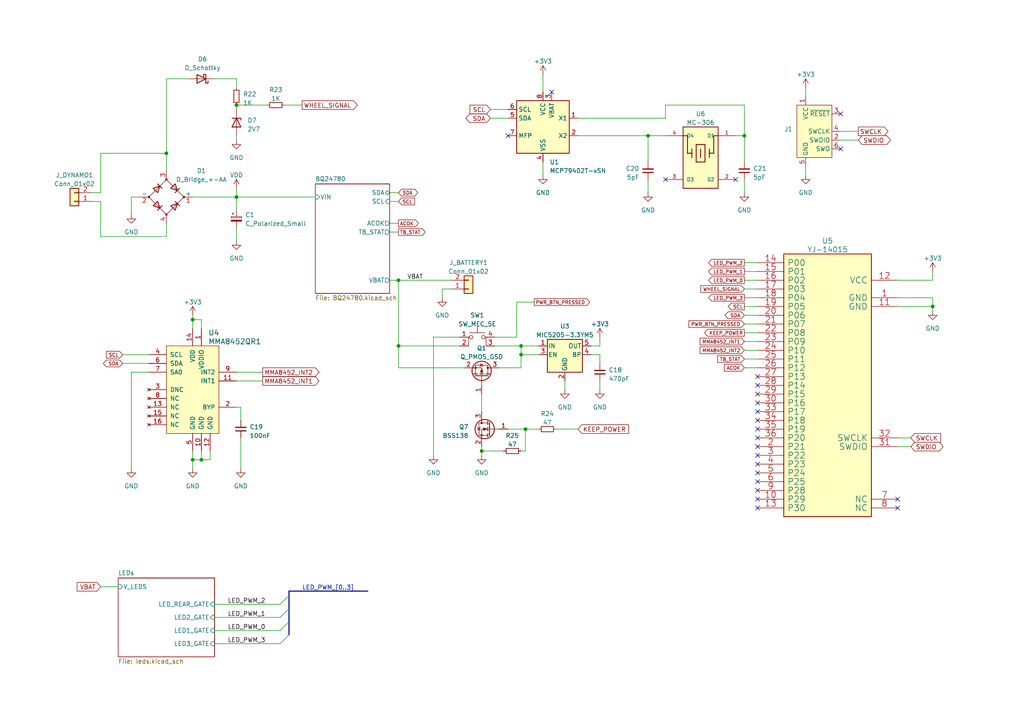
<source format=kicad_sch>
(kicad_sch (version 20230121) (generator eeschema)
  (paper "A4")
  (lib_symbols
    (symbol "Connector:Conn_ARM_SWD_TagConnect_TC2030-NL" (in_bom no)
      (property "Reference" "J" (at 2.54 11.43 0))
      (property "Value" "Conn_ARM_SWD_TagConnect_TC2030-NL" (at 2.54 8.89 0))
      (symbol "Conn_ARM_SWD_TagConnect_TC2030-NL_0_0"
        (pin power_in line (at -2.54 10.16 270) (length 2.54) (name "VCC") (number "1"))
        (pin bidirectional line (at 7.62 -2.54 180) (length 2.54) (name "SWDIO") (number "2"))
        (pin open_collector line (at 7.62 5.08 180) (length 2.54) (name "~{RESET}") (number "3"))
        (pin output line (at 7.62 0 180) (length 2.54) (name "SWCLK") (number "4"))
        (pin power_in line (at -2.54 -10.16 90) (length 2.54) (name "GND") (number "5"))
        (pin input line (at 7.62 -5.08 180) (length 2.54) (name "SWO") (number "6"))
      )
      (symbol "Conn_ARM_SWD_TagConnect_TC2030-NL_0_1"
        (rectangle (start -5.08 7.62) (end 5.08 -7.62) (fill (type background)))
      )
    )
    (symbol "Connector_Generic:Conn_01x02" (pin_names (offset 1.016) hide)
      (property "Reference" "J" (at 0 2.54 0))
      (property "Value" "Conn_01x02" (at 0 -5.08 0))
      (symbol "Conn_01x02_1_1"
        (rectangle (start -1.27 -2.413) (end 0 -2.667) (stroke (width 0.1524)))
        (rectangle (start -1.27 0.127) (end 0 -0.127) (stroke (width 0.1524)))
        (rectangle (start -1.27 1.27) (end 1.27 -3.81) (stroke (width 0.254)) (fill (type background)))
        (pin passive line (at -5.08 0 0) (length 3.81) (name "Pin_1") (number "1"))
        (pin passive line (at -5.08 -2.54 0) (length 3.81) (name "Pin_2") (number "2"))
      )
    )
    (symbol "Device:C_Polarized_Small" (pin_numbers hide) (pin_names (offset 0.254) hide)
      (property "Reference" "C" (at 0.254 1.778 0))
      (property "Value" "C_Polarized_Small" (at 0.254 -2.032 0))
      (symbol "C_Polarized_Small_0_1"
        (rectangle (start -1.524 -0.3048) (end 1.524 -0.6858) (fill (type outline)))
        (rectangle (start -1.524 0.6858) (end 1.524 0.3048))
        (polyline (pts (xy -1.27 1.524) (xy -0.762 1.524)))
        (polyline (pts (xy -1.016 1.27) (xy -1.016 1.778)))
      )
      (symbol "C_Polarized_Small_1_1"
        (pin passive line (at 0 2.54 270) (length 1.8542) (name "~") (number "1"))
        (pin passive line (at 0 -2.54 90) (length 1.8542) (name "~") (number "2"))
      )
    )
    (symbol "Device:C_Small" (pin_numbers hide) (pin_names (offset 0.254) hide)
      (property "Reference" "C" (at 0.254 1.778 0))
      (property "Value" "C_Small" (at 0.254 -2.032 0))
      (symbol "C_Small_0_1"
        (polyline (pts (xy -1.524 -0.508) (xy 1.524 -0.508)) (stroke (width 0.3302)))
        (polyline (pts (xy -1.524 0.508) (xy 1.524 0.508)) (stroke (width 0.3048)))
      )
      (symbol "C_Small_1_1"
        (pin passive line (at 0 2.54 270) (length 2.032) (name "~") (number "1"))
        (pin passive line (at 0 -2.54 90) (length 2.032) (name "~") (number "2"))
      )
    )
    (symbol "Device:D_Bridge_+-AA" (pin_names (offset 0))
      (property "Reference" "D" (at 2.54 6.985 0))
      (property "Value" "D_Bridge_+-AA" (at 2.54 5.08 0))
      (symbol "D_Bridge_+-AA_0_1"
        (circle (center -5.08 0) (radius 0.254) (fill (type outline)))
        (circle (center 0 -5.08) (radius 0.254) (fill (type outline)))
        (polyline (pts (xy -2.54 3.81) (xy -1.27 2.54)) (stroke (width 0.254)))
        (polyline (pts (xy -1.27 -2.54) (xy -2.54 -3.81)) (stroke (width 0.254)))
        (polyline (pts (xy 2.54 -1.27) (xy 3.81 -2.54)) (stroke (width 0.254)))
        (polyline (pts (xy 2.54 1.27) (xy 3.81 2.54)) (stroke (width 0.254)))
        (polyline (pts (xy -3.81 2.54) (xy -2.54 1.27) (xy -1.905 3.175) (xy -3.81 2.54)) (stroke (width 0.254)))
        (polyline (pts (xy -2.54 -1.27) (xy -3.81 -2.54) (xy -1.905 -3.175) (xy -2.54 -1.27)) (stroke (width 0.254)))
        (polyline (pts (xy 1.27 2.54) (xy 2.54 3.81) (xy 3.175 1.905) (xy 1.27 2.54)) (stroke (width 0.254)))
        (polyline (pts (xy 3.175 -1.905) (xy 1.27 -2.54) (xy 2.54 -3.81) (xy 3.175 -1.905)) (stroke (width 0.254)))
        (polyline (pts (xy -5.08 0) (xy 0 -5.08) (xy 5.08 0) (xy 0 5.08) (xy -5.08 0)))
        (circle (center 0 5.08) (radius 0.254) (fill (type outline)))
        (circle (center 5.08 0) (radius 0.254) (fill (type outline)))
      )
      (symbol "D_Bridge_+-AA_1_1"
        (pin passive line (at 7.62 0 180) (length 2.54) (name "+") (number "1"))
        (pin passive line (at -7.62 0 0) (length 2.54) (name "-") (number "2"))
        (pin passive line (at 0 7.62 270) (length 2.54) (name "~") (number "3"))
        (pin passive line (at 0 -7.62 90) (length 2.54) (name "~") (number "4"))
      )
    )
    (symbol "Device:D_Schottky" (pin_numbers hide) (pin_names (offset 1.016) hide)
      (property "Reference" "D" (at 0 2.54 0))
      (property "Value" "D_Schottky" (at 0 -2.54 0))
      (symbol "D_Schottky_0_1"
        (polyline (pts (xy 1.27 0) (xy -1.27 0)))
        (polyline (pts (xy 1.27 1.27) (xy 1.27 -1.27) (xy -1.27 0) (xy 1.27 1.27)) (stroke (width 0.254)))
        (polyline (pts (xy -1.905 0.635) (xy -1.905 1.27) (xy -1.27 1.27) (xy -1.27 -1.27) (xy -0.635 -1.27) (xy -0.635 -0.635)) (stroke (width 0.254)))
      )
      (symbol "D_Schottky_1_1"
        (pin passive line (at -3.81 0 0) (length 2.54) (name "K") (number "1"))
        (pin passive line (at 3.81 0 180) (length 2.54) (name "A") (number "2"))
      )
    )
    (symbol "Device:D_Zener" (pin_numbers hide) (pin_names (offset 1.016) hide)
      (property "Reference" "D" (at 0 2.54 0))
      (property "Value" "D_Zener" (at 0 -2.54 0))
      (symbol "D_Zener_0_1"
        (polyline (pts (xy 1.27 0) (xy -1.27 0)))
        (polyline (pts (xy -1.27 -1.27) (xy -1.27 1.27) (xy -0.762 1.27)) (stroke (width 0.254)))
        (polyline (pts (xy 1.27 -1.27) (xy 1.27 1.27) (xy -1.27 0) (xy 1.27 -1.27)) (stroke (width 0.254)))
      )
      (symbol "D_Zener_1_1"
        (pin passive line (at -3.81 0 0) (length 2.54) (name "K") (number "1"))
        (pin passive line (at 3.81 0 180) (length 2.54) (name "A") (number "2"))
      )
    )
    (symbol "Device:Q_PMOS_GSD" (pin_names (offset 0) hide)
      (property "Reference" "Q" (at 5.08 1.27 0))
      (property "Value" "Q_PMOS_GSD" (at 5.08 -1.27 0))
      (symbol "Q_PMOS_GSD_0_1"
        (polyline (pts (xy 0.254 0) (xy -2.54 0)))
        (polyline (pts (xy 0.254 1.905) (xy 0.254 -1.905)) (stroke (width 0.254)))
        (polyline (pts (xy 0.762 -1.27) (xy 0.762 -2.286)) (stroke (width 0.254)))
        (polyline (pts (xy 0.762 0.508) (xy 0.762 -0.508)) (stroke (width 0.254)))
        (polyline (pts (xy 0.762 2.286) (xy 0.762 1.27)) (stroke (width 0.254)))
        (polyline (pts (xy 2.54 2.54) (xy 2.54 1.778)))
        (polyline (pts (xy 2.54 -2.54) (xy 2.54 0) (xy 0.762 0)))
        (polyline (pts (xy 0.762 1.778) (xy 3.302 1.778) (xy 3.302 -1.778) (xy 0.762 -1.778)))
        (polyline (pts (xy 2.286 0) (xy 1.27 0.381) (xy 1.27 -0.381) (xy 2.286 0)) (fill (type outline)))
        (polyline (pts (xy 2.794 -0.508) (xy 2.921 -0.381) (xy 3.683 -0.381) (xy 3.81 -0.254)))
        (polyline (pts (xy 3.302 -0.381) (xy 2.921 0.254) (xy 3.683 0.254) (xy 3.302 -0.381)))
        (circle (center 1.651 0) (radius 2.794) (stroke (width 0.254)))
        (circle (center 2.54 -1.778) (radius 0.254) (fill (type outline)))
        (circle (center 2.54 1.778) (radius 0.254) (fill (type outline)))
      )
      (symbol "Q_PMOS_GSD_1_1"
        (pin input line (at -5.08 0 0) (length 2.54) (name "G") (number "1"))
        (pin passive line (at 2.54 -5.08 90) (length 2.54) (name "S") (number "2"))
        (pin passive line (at 2.54 5.08 270) (length 2.54) (name "D") (number "3"))
      )
    )
    (symbol "Device:R_Small" (pin_numbers hide) (pin_names (offset 0.254) hide)
      (property "Reference" "R" (at 0.762 0.508 0))
      (property "Value" "R_Small" (at 0.762 -1.016 0))
      (symbol "R_Small_0_1"
        (rectangle (start -0.762 1.778) (end 0.762 -1.778) (stroke (width 0.2032)))
      )
      (symbol "R_Small_1_1"
        (pin passive line (at 0 2.54 270) (length 0.762) (name "~") (number "1"))
        (pin passive line (at 0 -2.54 90) (length 0.762) (name "~") (number "2"))
      )
    )
    (symbol "MC-306:MC-306" (pin_names (offset 1.016))
      (property "Reference" "U" (at -5.08 10.16 0))
      (property "Value" "MC-306" (at -5.08 -15.24 0))
      (symbol "MC-306_0_0"
        (rectangle (start -5.08 -10.16) (end 5.08 7.62) (stroke (width 0.254)) (fill (type background)))
        (polyline (pts (xy -5.08 5.08) (xy -3.81 5.08)) (stroke (width 0.254)))
        (polyline (pts (xy -3.81 0) (xy -2.54 0)) (stroke (width 0.254)))
        (polyline (pts (xy -3.81 5.08) (xy -3.81 0)) (stroke (width 0.254)))
        (polyline (pts (xy -2.54 0) (xy -2.54 -1.27)) (stroke (width 0.254)))
        (polyline (pts (xy -2.54 0) (xy -2.54 1.27)) (stroke (width 0.254)))
        (polyline (pts (xy -1.27 -2.54) (xy 1.27 -2.54)) (stroke (width 0.254)))
        (polyline (pts (xy -1.27 2.54) (xy -1.27 -2.54)) (stroke (width 0.254)))
        (polyline (pts (xy 0 1.27) (xy 0 -1.27)) (stroke (width 0.254)))
        (polyline (pts (xy 1.27 -2.54) (xy 1.27 2.54)) (stroke (width 0.254)))
        (polyline (pts (xy 1.27 2.54) (xy -1.27 2.54)) (stroke (width 0.254)))
        (polyline (pts (xy 2.54 0) (xy 2.54 -1.27)) (stroke (width 0.254)))
        (polyline (pts (xy 2.54 0) (xy 2.54 1.27)) (stroke (width 0.254)))
        (polyline (pts (xy 3.81 0) (xy 2.54 0)) (stroke (width 0.254)))
        (polyline (pts (xy 3.81 5.08) (xy 3.81 0)) (stroke (width 0.254)))
        (polyline (pts (xy 5.08 5.08) (xy 3.81 5.08)) (stroke (width 0.254)))
        (pin bidirectional line (at -10.16 5.08 0) (length 5.08) (name "D1") (number "1"))
        (pin bidirectional line (at -10.16 -7.62 0) (length 5.08) (name "D2") (number "2"))
        (pin bidirectional line (at 10.16 -7.62 180) (length 5.08) (name "D3") (number "3"))
        (pin bidirectional line (at 10.16 5.08 180) (length 5.08) (name "D4") (number "4"))
      )
    )
    (symbol "Regulator_Linear:MIC5205-3.3YM5" (pin_names (offset 0.254))
      (property "Reference" "U" (at -3.81 5.715 0))
      (property "Value" "MIC5205-3.3YM5" (at 0 5.715 0))
      (symbol "MIC5205-3.3YM5_0_1"
        (rectangle (start -5.08 4.445) (end 5.08 -5.08) (stroke (width 0.254)) (fill (type background)))
      )
      (symbol "MIC5205-3.3YM5_1_1"
        (pin power_in line (at -7.62 2.54 0) (length 2.54) (name "IN") (number "1"))
        (pin power_in line (at 0 -7.62 90) (length 2.54) (name "GND") (number "2"))
        (pin input line (at -7.62 0 0) (length 2.54) (name "EN") (number "3"))
        (pin input line (at 7.62 0 180) (length 2.54) (name "BP") (number "4"))
        (pin power_out line (at 7.62 2.54 180) (length 2.54) (name "OUT") (number "5"))
      )
    )
    (symbol "Switch:SW_MEC_5E" (pin_names (offset 1.016) hide)
      (property "Reference" "SW" (at 0.635 5.715 0))
      (property "Value" "SW_MEC_5E" (at 0 -3.175 0))
      (symbol "SW_MEC_5E_0_1"
        (circle (center -1.778 2.54) (radius 0.508))
        (polyline (pts (xy -2.286 3.81) (xy 2.286 3.81)))
        (polyline (pts (xy 0 3.81) (xy 0 5.588)))
        (polyline (pts (xy -2.54 0) (xy -2.54 2.54) (xy -2.286 2.54)))
        (polyline (pts (xy 2.54 0) (xy 2.54 2.54) (xy 2.286 2.54)))
        (circle (center 1.778 2.54) (radius 0.508))
        (pin passive line (at -5.08 2.54 0) (length 2.54) (name "1") (number "1"))
        (pin passive line (at -5.08 0 0) (length 2.54) (name "2") (number "2"))
        (pin passive line (at 5.08 0 180) (length 2.54) (name "K") (number "3"))
        (pin passive line (at 5.08 2.54 180) (length 2.54) (name "A") (number "4"))
      )
    )
    (symbol "Timer_RTC:MCP79402T-xSN"
      (property "Reference" "U" (at -6.35 8.89 0))
      (property "Value" "MCP79402T-xSN" (at 11.43 8.89 0))
      (symbol "MCP79402T-xSN_0_1"
        (rectangle (start -7.62 7.62) (end 7.62 -7.62) (stroke (width 0.254)) (fill (type background)))
      )
      (symbol "MCP79402T-xSN_1_1"
        (pin input line (at 10.16 2.54 180) (length 2.54) (name "X1") (number "1"))
        (pin output line (at 10.16 -2.54 180) (length 2.54) (name "X2") (number "2"))
        (pin power_in line (at 2.54 10.16 270) (length 2.54) (name "VBAT") (number "3"))
        (pin power_in line (at 0 -10.16 90) (length 2.54) (name "VSS") (number "4"))
        (pin bidirectional line (at -10.16 2.54 0) (length 2.54) (name "SDA") (number "5"))
        (pin input line (at -10.16 5.08 0) (length 2.54) (name "SCL") (number "6"))
        (pin open_collector line (at -10.16 -2.54 0) (length 2.54) (name "MFP") (number "7"))
        (pin power_in line (at 0 10.16 270) (length 2.54) (name "VCC") (number "8"))
      )
    )
    (symbol "Transistor_FET:BSS138" (pin_names hide)
      (property "Reference" "Q" (at 5.08 1.905 0))
      (property "Value" "BSS138" (at 5.08 0 0))
      (symbol "BSS138_0_1"
        (polyline (pts (xy 0.254 0) (xy -2.54 0)))
        (polyline (pts (xy 0.254 1.905) (xy 0.254 -1.905)) (stroke (width 0.254)))
        (polyline (pts (xy 0.762 -1.27) (xy 0.762 -2.286)) (stroke (width 0.254)))
        (polyline (pts (xy 0.762 0.508) (xy 0.762 -0.508)) (stroke (width 0.254)))
        (polyline (pts (xy 0.762 2.286) (xy 0.762 1.27)) (stroke (width 0.254)))
        (polyline (pts (xy 2.54 2.54) (xy 2.54 1.778)))
        (polyline (pts (xy 2.54 -2.54) (xy 2.54 0) (xy 0.762 0)))
        (polyline (pts (xy 0.762 -1.778) (xy 3.302 -1.778) (xy 3.302 1.778) (xy 0.762 1.778)))
        (polyline (pts (xy 1.016 0) (xy 2.032 0.381) (xy 2.032 -0.381) (xy 1.016 0)) (fill (type outline)))
        (polyline (pts (xy 2.794 0.508) (xy 2.921 0.381) (xy 3.683 0.381) (xy 3.81 0.254)))
        (polyline (pts (xy 3.302 0.381) (xy 2.921 -0.254) (xy 3.683 -0.254) (xy 3.302 0.381)))
        (circle (center 1.651 0) (radius 2.794) (stroke (width 0.254)))
        (circle (center 2.54 -1.778) (radius 0.254) (fill (type outline)))
        (circle (center 2.54 1.778) (radius 0.254) (fill (type outline)))
      )
      (symbol "BSS138_1_1"
        (pin input line (at -5.08 0 0) (length 2.54) (name "G") (number "1"))
        (pin passive line (at 2.54 -5.08 90) (length 2.54) (name "S") (number "2"))
        (pin passive line (at 2.54 5.08 270) (length 2.54) (name "D") (number "3"))
      )
    )
    (symbol "YJ-14015:YJ-14015" (pin_names (offset 1.016))
      (property "Reference" "U" (at 20.32 -55.88 0))
      (property "Value" "YJ-14015" (at 25.4 -2.54 0))
      (symbol "YJ-14015_0_1"
        (rectangle (start 35.56 -53.34) (end 10.16 22.86) (stroke (width 0.254)) (fill (type background)))
        (pin passive line (at 43.18 10.16 180) (length 7.62) (name "GND") (number "1"))
        (pin passive line (at 2.54 -48.26 0) (length 7.62) (name "P29") (number "10"))
        (pin passive line (at 43.18 7.62 180) (length 7.62) (name "GND") (number "11"))
        (pin passive line (at 43.18 15.24 180) (length 7.62) (name "VCC") (number "12"))
        (pin passive line (at 2.54 -50.8 0) (length 7.62) (name "P30") (number "13"))
        (pin passive line (at 2.54 20.32 0) (length 7.62) (name "P00") (number "14"))
        (pin passive line (at 2.54 17.78 0) (length 7.62) (name "P01") (number "15"))
        (pin passive line (at 2.54 15.24 0) (length 7.62) (name "P02") (number "16"))
        (pin passive line (at 2.54 12.7 0) (length 7.62) (name "P03") (number "17"))
        (pin passive line (at 2.54 10.16 0) (length 7.62) (name "P04") (number "18"))
        (pin passive line (at 2.54 7.62 0) (length 7.62) (name "P05") (number "19"))
        (pin passive line (at 2.54 -33.02 0) (length 7.62) (name "P21") (number "2"))
        (pin passive line (at 2.54 5.08 0) (length 7.62) (name "P06") (number "20"))
        (pin passive line (at 2.54 2.54 0) (length 7.62) (name "P07") (number "21"))
        (pin passive line (at 2.54 0 0) (length 7.62) (name "P08") (number "22"))
        (pin passive line (at 2.54 -2.54 0) (length 7.62) (name "P09") (number "23"))
        (pin passive line (at 2.54 -5.08 0) (length 7.62) (name "P10") (number "24"))
        (pin passive line (at 2.54 -7.62 0) (length 7.62) (name "P11") (number "25"))
        (pin passive line (at 2.54 -10.16 0) (length 7.62) (name "P12") (number "26"))
        (pin passive line (at 2.54 -12.7 0) (length 7.62) (name "P13") (number "27"))
        (pin passive line (at 2.54 -15.24 0) (length 7.62) (name "P14") (number "28"))
        (pin passive line (at 2.54 -17.78 0) (length 7.62) (name "P15") (number "29"))
        (pin passive line (at 2.54 -35.56 0) (length 7.62) (name "P22") (number "3"))
        (pin passive line (at 2.54 -20.32 0) (length 7.62) (name "P16") (number "30"))
        (pin bidirectional line (at 43.18 -33.02 180) (length 7.62) (name "SWDIO") (number "31"))
        (pin input line (at 43.18 -30.48 180) (length 7.62) (name "SWCLK") (number "32"))
        (pin passive line (at 2.54 -22.86 0) (length 7.62) (name "P17") (number "33"))
        (pin passive line (at 2.54 -25.4 0) (length 7.62) (name "P18") (number "34"))
        (pin passive line (at 2.54 -27.94 0) (length 7.62) (name "P19") (number "35"))
        (pin passive line (at 2.54 -30.48 0) (length 7.62) (name "P20") (number "36"))
        (pin passive line (at 2.54 -38.1 0) (length 7.62) (name "P23") (number "4"))
        (pin passive line (at 2.54 -40.64 0) (length 7.62) (name "P24") (number "5"))
        (pin passive line (at 2.54 -43.18 0) (length 7.62) (name "P25") (number "6"))
        (pin passive line (at 43.18 -48.26 180) (length 7.62) (name "NC") (number "7"))
        (pin passive line (at 43.18 -50.8 180) (length 7.62) (name "NC") (number "8"))
        (pin passive line (at 2.54 -45.72 0) (length 7.62) (name "P28") (number "9"))
      )
    )
    (symbol "dk_Motion-Sensors-Accelerometers:MMA8452QR1" (pin_names (offset 1.016))
      (property "Reference" "U" (at -5.08 13.97 0))
      (property "Value" "MMA8452QR1" (at 20.32 -20.32 0))
      (symbol "MMA8452QR1_0_1"
        (rectangle (start -7.62 12.7) (end 7.62 -12.7) (fill (type background)))
      )
      (symbol "MMA8452QR1_1_1"
        (pin power_in line (at 2.54 17.78 270) (length 5.08) (name "VDDIO") (number "1"))
        (pin power_in line (at 2.54 -17.78 90) (length 5.08) (name "GND") (number "10"))
        (pin output line (at 12.7 2.54 180) (length 5.08) (name "INT1") (number "11"))
        (pin power_in line (at 5.08 -17.78 90) (length 5.08) (name "GND") (number "12"))
        (pin no_connect line (at -12.7 -5.08 0) (length 5.08) (name "NC") (number "13"))
        (pin power_in line (at 0 17.78 270) (length 5.08) (name "VDD") (number "14"))
        (pin no_connect line (at -12.7 -7.62 0) (length 5.08) (name "NC") (number "15"))
        (pin no_connect line (at -12.7 -10.16 0) (length 5.08) (name "NC") (number "16"))
        (pin output line (at 12.7 -5.08 180) (length 5.08) (name "BYP") (number "2"))
        (pin no_connect line (at -12.7 0 0) (length 5.08) (name "DNC") (number "3"))
        (pin input line (at -12.7 10.16 0) (length 5.08) (name "SCL") (number "4"))
        (pin power_in line (at 0 -17.78 90) (length 5.08) (name "GND") (number "5"))
        (pin bidirectional line (at -12.7 7.62 0) (length 5.08) (name "SDA") (number "6"))
        (pin bidirectional line (at -12.7 5.08 0) (length 5.08) (name "SA0") (number "7"))
        (pin no_connect line (at -12.7 -2.54 0) (length 5.08) (name "NC") (number "8"))
        (pin output line (at 12.7 5.08 180) (length 5.08) (name "INT2") (number "9"))
      )
    )
    (symbol "power:+3V3" (power) (pin_names (offset 0))
      (property "Value" "+3V3" (at 0 3.556 0))
      (symbol "+3V3_0_1"
        (polyline (pts (xy -0.762 1.27) (xy 0 2.54)))
        (polyline (pts (xy 0 0) (xy 0 2.54)))
        (polyline (pts (xy 0 2.54) (xy 0.762 1.27)))
      )
      (symbol "+3V3_1_1"
        (pin power_in line (at 0 0 90) (length 0) hide (name "+3V3") (number "1"))
      )
    )
    (symbol "power:GND" (power) (pin_names (offset 0))
      (property "Value" "GND" (at 0 -3.81 0))
      (symbol "GND_0_1"
        (polyline (pts (xy 0 0) (xy 0 -1.27) (xy 1.27 -1.27) (xy 0 -2.54) (xy -1.27 -1.27) (xy 0 -1.27)))
      )
      (symbol "GND_1_1"
        (pin power_in line (at 0 0 270) (length 0) hide (name "GND") (number "1"))
      )
    )
    (symbol "power:VDD" (power) (pin_names (offset 0))
      (property "Value" "VDD" (at 0 3.81 0))
      (symbol "VDD_0_1"
        (polyline (pts (xy -0.762 1.27) (xy 0 2.54)))
        (polyline (pts (xy 0 0) (xy 0 2.54)))
        (polyline (pts (xy 0 2.54) (xy 0.762 1.27)))
      )
      (symbol "VDD_1_1"
        (pin power_in line (at 0 0 90) (length 0) hide (name "VDD") (number "1"))
      )
    )
  )
  (junction (at 115.57 81.28))
  (junction (at 68.58 30.48))
  (junction (at 58.42 133.35))
  (junction (at 215.9 39.37))
  (junction (at 55.88 92.71))
  (junction (at 68.58 57.15))
  (junction (at 48.26 44.45))
  (junction (at 270.51 88.9))
  (junction (at 139.7 130.81))
  (junction (at 115.57 100.33))
  (junction (at 152.4 124.46))
  (junction (at 187.96 39.37))
  (junction (at 151.13 102.87))
  (junction (at 55.88 133.35))
  (junction (at 151.13 100.33))
  (no_connect (at 219.71 119.38))
  (no_connect (at 243.84 43.18))
  (no_connect (at 219.71 121.92))
  (no_connect (at 160.02 26.67))
  (no_connect (at 147.32 39.37))
  (no_connect (at 260.35 144.78))
  (no_connect (at 219.71 139.7))
  (no_connect (at 219.71 132.08))
  (no_connect (at 219.71 114.3))
  (no_connect (at 260.35 147.32))
  (no_connect (at 219.71 124.46))
  (no_connect (at 219.71 129.54))
  (no_connect (at 219.71 127))
  (no_connect (at 219.71 109.22))
  (no_connect (at 219.71 134.62))
  (no_connect (at 219.71 142.24))
  (no_connect (at 213.36 52.07))
  (no_connect (at 193.04 52.07))
  (no_connect (at 219.71 144.78))
  (no_connect (at 243.84 33.02))
  (no_connect (at 219.71 116.84))
  (no_connect (at 219.71 147.32))
  (no_connect (at 219.71 111.76))
  (no_connect (at 219.71 137.16))
  (bus_entry (at 81.28 186.69) (size 2.54 -2.54))
  (bus_entry (at 81.28 182.88) (size 2.54 -2.54))
  (bus_entry (at 83.82 172.72) (size -2.54 2.54))
  (bus_entry (at 81.28 179.07) (size 2.54 -2.54))
  (wire (pts (xy 270.51 81.28) (xy 270.51 78.74)))
  (wire (pts (xy 62.23 179.07) (xy 81.28 179.07)))
  (wire (pts (xy 55.88 57.15) (xy 68.58 57.15)))
  (wire (pts (xy 62.23 175.26) (xy 81.28 175.26)))
  (bus (pts (xy 106.68 171.45) (xy 83.82 171.45)))
  (wire (pts (xy 151.13 130.81) (xy 152.4 130.81)))
  (wire (pts (xy 215.9 39.37) (xy 215.9 46.99)))
  (wire (pts (xy 68.58 118.11) (xy 69.85 118.11)))
  (wire (pts (xy 48.26 68.58) (xy 29.21 68.58)))
  (wire (pts (xy 260.35 81.28) (xy 270.51 81.28)))
  (wire (pts (xy 58.42 95.25) (xy 58.42 92.71)))
  (wire (pts (xy 55.88 92.71) (xy 58.42 92.71)))
  (wire (pts (xy 62.23 182.88) (xy 81.28 182.88)))
  (wire (pts (xy 167.64 39.37) (xy 187.96 39.37)))
  (wire (pts (xy 144.78 106.68) (xy 151.13 106.68)))
  (wire (pts (xy 62.23 186.69) (xy 81.28 186.69)))
  (wire (pts (xy 130.81 83.82) (xy 128.27 83.82)))
  (wire (pts (xy 48.26 22.86) (xy 48.26 44.45)))
  (wire (pts (xy 35.56 102.87) (xy 43.18 102.87)))
  (wire (pts (xy 55.88 133.35) (xy 55.88 135.89)))
  (wire (pts (xy 68.58 39.37) (xy 68.58 40.64)))
  (wire (pts (xy 215.9 30.48) (xy 215.9 39.37)))
  (wire (pts (xy 193.04 34.29) (xy 193.04 30.48)))
  (wire (pts (xy 215.9 76.2) (xy 219.71 76.2)))
  (wire (pts (xy 151.13 102.87) (xy 151.13 100.33)))
  (wire (pts (xy 69.85 118.11) (xy 69.85 121.92)))
  (wire (pts (xy 115.57 81.28) (xy 115.57 100.33)))
  (wire (pts (xy 219.71 106.68) (xy 215.9 106.68)))
  (wire (pts (xy 156.21 102.87) (xy 151.13 102.87)))
  (wire (pts (xy 62.23 22.86) (xy 68.58 22.86)))
  (wire (pts (xy 55.88 133.35) (xy 58.42 133.35)))
  (wire (pts (xy 134.62 106.68) (xy 115.57 106.68)))
  (wire (pts (xy 215.9 96.52) (xy 219.71 96.52)))
  (wire (pts (xy 260.35 88.9) (xy 270.51 88.9)))
  (wire (pts (xy 187.96 39.37) (xy 187.96 46.99)))
  (wire (pts (xy 215.9 93.98) (xy 219.71 93.98)))
  (wire (pts (xy 58.42 133.35) (xy 60.96 133.35)))
  (wire (pts (xy 68.58 57.15) (xy 68.58 60.96)))
  (wire (pts (xy 29.21 58.42) (xy 29.21 68.58)))
  (wire (pts (xy 26.67 58.42) (xy 29.21 58.42)))
  (wire (pts (xy 270.51 88.9) (xy 270.51 90.17)))
  (wire (pts (xy 219.71 104.14) (xy 215.9 104.14)))
  (wire (pts (xy 215.9 88.9) (xy 219.71 88.9)))
  (wire (pts (xy 233.68 48.26) (xy 233.68 50.8)))
  (wire (pts (xy 29.21 170.18) (xy 34.29 170.18)))
  (wire (pts (xy 38.1 57.15) (xy 38.1 62.23)))
  (wire (pts (xy 139.7 129.54) (xy 139.7 130.81)))
  (wire (pts (xy 151.13 102.87) (xy 151.13 106.68)))
  (wire (pts (xy 113.03 67.31) (xy 115.57 67.31)))
  (wire (pts (xy 125.73 97.79) (xy 133.35 97.79)))
  (wire (pts (xy 215.9 99.06) (xy 219.71 99.06)))
  (wire (pts (xy 68.58 30.48) (xy 77.47 30.48)))
  (wire (pts (xy 167.64 34.29) (xy 193.04 34.29)))
  (wire (pts (xy 215.9 86.36) (xy 219.71 86.36)))
  (wire (pts (xy 147.32 124.46) (xy 152.4 124.46)))
  (wire (pts (xy 260.35 129.54) (xy 264.16 129.54)))
  (wire (pts (xy 55.88 92.71) (xy 55.88 95.25)))
  (wire (pts (xy 161.29 124.46) (xy 167.64 124.46)))
  (wire (pts (xy 43.18 107.95) (xy 38.1 107.95)))
  (bus (pts (xy 83.82 171.45) (xy 83.82 172.72)))
  (wire (pts (xy 215.9 83.82) (xy 219.71 83.82)))
  (wire (pts (xy 142.24 34.29) (xy 147.32 34.29)))
  (wire (pts (xy 139.7 130.81) (xy 139.7 132.08)))
  (wire (pts (xy 163.83 110.49) (xy 163.83 113.03)))
  (wire (pts (xy 233.68 25.4) (xy 233.68 27.94)))
  (wire (pts (xy 29.21 44.45) (xy 48.26 44.45)))
  (wire (pts (xy 55.88 91.44) (xy 55.88 92.71)))
  (wire (pts (xy 113.03 81.28) (xy 115.57 81.28)))
  (wire (pts (xy 149.86 97.79) (xy 149.86 87.63)))
  (wire (pts (xy 143.51 100.33) (xy 151.13 100.33)))
  (bus (pts (xy 83.82 172.72) (xy 83.82 176.53)))
  (wire (pts (xy 26.67 55.88) (xy 29.21 55.88)))
  (wire (pts (xy 48.26 64.77) (xy 48.26 68.58)))
  (wire (pts (xy 68.58 57.15) (xy 91.44 57.15)))
  (wire (pts (xy 143.51 97.79) (xy 149.86 97.79)))
  (wire (pts (xy 115.57 81.28) (xy 130.81 81.28)))
  (wire (pts (xy 152.4 130.81) (xy 152.4 124.46)))
  (wire (pts (xy 48.26 44.45) (xy 48.26 49.53)))
  (wire (pts (xy 54.61 22.86) (xy 48.26 22.86)))
  (wire (pts (xy 173.99 100.33) (xy 173.99 97.79)))
  (wire (pts (xy 68.58 54.61) (xy 68.58 57.15)))
  (bus (pts (xy 83.82 176.53) (xy 83.82 180.34)))
  (wire (pts (xy 171.45 102.87) (xy 173.99 102.87)))
  (wire (pts (xy 35.56 105.41) (xy 43.18 105.41)))
  (wire (pts (xy 157.48 21.59) (xy 157.48 26.67)))
  (wire (pts (xy 149.86 87.63) (xy 154.94 87.63)))
  (wire (pts (xy 139.7 130.81) (xy 146.05 130.81)))
  (wire (pts (xy 270.51 86.36) (xy 270.51 88.9)))
  (wire (pts (xy 215.9 101.6) (xy 219.71 101.6)))
  (wire (pts (xy 113.03 55.88) (xy 115.57 55.88)))
  (wire (pts (xy 115.57 100.33) (xy 133.35 100.33)))
  (wire (pts (xy 215.9 52.07) (xy 215.9 55.88)))
  (wire (pts (xy 173.99 110.49) (xy 173.99 113.03)))
  (wire (pts (xy 260.35 86.36) (xy 270.51 86.36)))
  (wire (pts (xy 113.03 58.42) (xy 115.57 58.42)))
  (wire (pts (xy 69.85 127) (xy 69.85 135.89)))
  (wire (pts (xy 82.55 30.48) (xy 87.63 30.48)))
  (wire (pts (xy 215.9 78.74) (xy 219.71 78.74)))
  (wire (pts (xy 68.58 110.49) (xy 76.2 110.49)))
  (wire (pts (xy 68.58 66.04) (xy 68.58 69.85)))
  (wire (pts (xy 38.1 107.95) (xy 38.1 135.89)))
  (wire (pts (xy 215.9 81.28) (xy 219.71 81.28)))
  (wire (pts (xy 29.21 44.45) (xy 29.21 55.88)))
  (wire (pts (xy 157.48 46.99) (xy 157.48 50.8)))
  (wire (pts (xy 115.57 106.68) (xy 115.57 100.33)))
  (wire (pts (xy 68.58 107.95) (xy 76.2 107.95)))
  (wire (pts (xy 142.24 31.75) (xy 147.32 31.75)))
  (bus (pts (xy 83.82 180.34) (xy 83.82 184.15)))
  (wire (pts (xy 128.27 83.82) (xy 128.27 86.36)))
  (wire (pts (xy 152.4 124.46) (xy 156.21 124.46)))
  (wire (pts (xy 243.84 40.64) (xy 248.92 40.64)))
  (wire (pts (xy 215.9 91.44) (xy 219.71 91.44)))
  (wire (pts (xy 187.96 52.07) (xy 187.96 55.88)))
  (wire (pts (xy 55.88 130.81) (xy 55.88 133.35)))
  (wire (pts (xy 171.45 100.33) (xy 173.99 100.33)))
  (wire (pts (xy 139.7 114.3) (xy 139.7 119.38)))
  (wire (pts (xy 68.58 30.48) (xy 68.58 31.75)))
  (wire (pts (xy 173.99 102.87) (xy 173.99 105.41)))
  (wire (pts (xy 113.03 64.77) (xy 115.57 64.77)))
  (wire (pts (xy 193.04 30.48) (xy 215.9 30.48)))
  (wire (pts (xy 125.73 97.79) (xy 125.73 132.08)))
  (wire (pts (xy 213.36 39.37) (xy 215.9 39.37)))
  (wire (pts (xy 151.13 100.33) (xy 156.21 100.33)))
  (wire (pts (xy 40.64 57.15) (xy 38.1 57.15)))
  (wire (pts (xy 60.96 133.35) (xy 60.96 130.81)))
  (wire (pts (xy 243.84 38.1) (xy 248.92 38.1)))
  (wire (pts (xy 260.35 127) (xy 264.16 127)))
  (wire (pts (xy 187.96 39.37) (xy 193.04 39.37)))
  (wire (pts (xy 68.58 22.86) (xy 68.58 25.4)))
  (wire (pts (xy 58.42 130.81) (xy 58.42 133.35)))
  (label "LED_PWM_1" (at 66.04 179.07 0))
  (label "LED_PWM_0" (at 66.04 182.88 0))
  (label "LED_PWM_[0..3]" (at 87.63 171.45 0))
  (label "VBAT" (at 118.11 81.28 0))
  (label "LED_PWM_3" (at 66.04 186.69 0))
  (label "LED_PWM_2" (at 66.04 175.26 0))
  (global_label "MMA8452_INT2" (shape output) (at 76.2 107.95 0) (property "Intersheetrefs" "${INTERSHEET_REFS}" (effects hide)))
  (global_label "MMA8452_INT1" (shape input) (at 215.9 99.06 180) (effects (font (size 1 1))) (property "Intersheetrefs" "${INTERSHEET_REFS}" (effects hide)))
  (global_label "SWCLK" (shape output) (at 248.92 38.1 0) (property "Intersheetrefs" "${INTERSHEET_REFS}" (effects hide)))
  (global_label "LED_PWM_1" (shape output) (at 215.9 78.74 180) (effects (font (size 1 1))) (property "Intersheetrefs" "${INTERSHEET_REFS}" (effects hide)))
  (global_label "ACOK" (shape input) (at 215.9 106.68 180) (effects (font (size 1 1))) (property "Intersheetrefs" "${INTERSHEET_REFS}" (effects hide)))
  (global_label "WHEEL_SIGNAL" (shape output) (at 87.63 30.48 0) (property "Intersheetrefs" "${INTERSHEET_REFS}" (effects hide)))
  (global_label "SDA" (shape bidirectional) (at 35.56 105.41 180) (effects (font (size 1 1))) (property "Intersheetrefs" "${INTERSHEET_REFS}" (effects hide)))
  (global_label "PWR_BTN_PRESSED" (shape output) (at 154.94 87.63 0) (effects (font (size 1 1))) (property "Intersheetrefs" "${INTERSHEET_REFS}" (effects hide)))
  (global_label "SWDIO" (shape bidirectional) (at 248.92 40.64 0) (property "Intersheetrefs" "${INTERSHEET_REFS}" (effects hide)))
  (global_label "SCL" (shape input) (at 35.56 102.87 180) (effects (font (size 1 1))) (property "Intersheetrefs" "${INTERSHEET_REFS}" (effects hide)))
  (global_label "WHEEL_SIGNAL" (shape input) (at 215.9 83.82 180) (effects (font (size 1 1))) (property "Intersheetrefs" "${INTERSHEET_REFS}" (effects hide)))
  (global_label "ACOK" (shape output) (at 115.57 64.77 0) (effects (font (size 1 1))) (property "Intersheetrefs" "${INTERSHEET_REFS}" (effects hide)))
  (global_label "LED_PWM_2" (shape output) (at 215.9 76.2 180) (effects (font (size 1 1))) (property "Intersheetrefs" "${INTERSHEET_REFS}" (effects hide)))
  (global_label "SCL" (shape input) (at 142.24 31.75 180) (property "Intersheetrefs" "${INTERSHEET_REFS}" (effects hide)))
  (global_label "VBAT" (shape input) (at 29.21 170.18 180) (property "Intersheetrefs" "${INTERSHEET_REFS}" (effects hide)))
  (global_label "LED_PWM_3" (shape output) (at 215.9 86.36 180) (effects (font (size 1 1))) (property "Intersheetrefs" "${INTERSHEET_REFS}" (effects hide)))
  (global_label "KEEP_POWER" (shape input) (at 167.64 124.46 0) (property "Intersheetrefs" "${INTERSHEET_REFS}" (effects hide)))
  (global_label "SDA" (shape bidirectional) (at 215.9 91.44 180) (effects (font (size 1 1))) (property "Intersheetrefs" "${INTERSHEET_REFS}" (effects hide)))
  (global_label "TB_STAT" (shape output) (at 115.57 67.31 0) (effects (font (size 1 1))) (property "Intersheetrefs" "${INTERSHEET_REFS}" (effects hide)))
  (global_label "SCL" (shape input) (at 115.57 58.42 0) (effects (font (size 1 1))) (property "Intersheetrefs" "${INTERSHEET_REFS}" (effects hide)))
  (global_label "SWDIO" (shape bidirectional) (at 264.16 129.54 0) (property "Intersheetrefs" "${INTERSHEET_REFS}" (effects hide)))
  (global_label "SDA" (shape bidirectional) (at 115.57 55.88 0) (effects (font (size 1 1))) (property "Intersheetrefs" "${INTERSHEET_REFS}" (effects hide)))
  (global_label "PWR_BTN_PRESSED" (shape input) (at 215.9 93.98 180) (effects (font (size 1 1))) (property "Intersheetrefs" "${INTERSHEET_REFS}" (effects hide)))
  (global_label "MMA8452_INT2" (shape input) (at 215.9 101.6 180) (effects (font (size 1 1))) (property "Intersheetrefs" "${INTERSHEET_REFS}" (effects hide)))
  (global_label "SWCLK" (shape input) (at 264.16 127 0) (property "Intersheetrefs" "${INTERSHEET_REFS}" (effects hide)))
  (global_label "LED_PWM_0" (shape output) (at 215.9 81.28 180) (effects (font (size 1 1))) (property "Intersheetrefs" "${INTERSHEET_REFS}" (effects hide)))
  (global_label "SDA" (shape bidirectional) (at 142.24 34.29 180) (property "Intersheetrefs" "${INTERSHEET_REFS}" (effects hide)))
  (global_label "KEEP_POWER" (shape output) (at 215.9 96.52 180) (effects (font (size 1 1))) (property "Intersheetrefs" "${INTERSHEET_REFS}" (effects hide)))
  (global_label "MMA8452_INT1" (shape output) (at 76.2 110.49 0) (property "Intersheetrefs" "${INTERSHEET_REFS}" (effects hide)))
  (global_label "SCL" (shape output) (at 215.9 88.9 180) (effects (font (size 1 1))) (property "Intersheetrefs" "${INTERSHEET_REFS}" (effects hide)))
  (global_label "TB_STAT" (shape input) (at 215.9 104.14 180) (effects (font (size 1 1))) (property "Intersheetrefs" "${INTERSHEET_REFS}" (effects hide)))
  (symbol (lib_id "Device:R_Small") (at 158.75 124.46 270) (unit 1)
    (property "Reference" "R24" (at 158.75 120.015 90))
    (property "Value" "47" (at 158.75 122.555 90))
    (property "Footprint" "Resistor_SMD:R_0603_1608Metric" (effects hide))
  )
  (symbol (lib_id "Device:D_Zener") (at 68.58 35.56 270) (unit 1)
    (property "Reference" "D7" (at 71.755 34.925 90) (effects (justify left)))
    (property "Value" "2V7" (at 71.755 37.465 90) (effects (justify left)))
  )
  (symbol (lib_id "Device:Q_PMOS_GSD") (at 139.7 109.22 270) (mirror x) (unit 1)
    (property "Reference" "Q1" (at 139.7 100.965 90))
    (property "Value" "Q_PMOS_GSD" (at 139.7 103.505 90))
    (property "Footprint" "Package_TO_SOT_SMD:SOT-23" (effects hide))
  )
  (symbol (lib_id "power:GND") (at 173.99 113.03 0) (mirror y) (unit 1)
    (property "Reference" "#PWR0126" (effects hide))
    (property "Value" "GND" (at 173.99 118.11 0))
  )
  (symbol (lib_id "Transistor_FET:BSS138") (at 142.24 124.46 0) (mirror y) (unit 1)
    (property "Reference" "Q7" (at 135.89 123.825 0) (effects (justify left)))
    (property "Value" "BSS138" (at 135.89 126.365 0) (effects (justify left)))
    (property "Footprint" "Package_TO_SOT_SMD:SOT-23" (effects hide))
    (property "Datasheet" "https://www.onsemi.com/pub/Collateral/BSS138-D.PDF" (effects hide))
  )
  (symbol (lib_id "MC-306:MC-306") (at 203.2 44.45 0) (mirror y) (unit 1)
    (property "Reference" "U6" (at 203.2 33.02 0))
    (property "Value" "MC-306" (at 203.2 35.56 0))
    (property "Footprint" "MC-306" (effects hide))
  )
  (symbol (lib_id "power:+3V3") (at 55.88 91.44 0) (unit 1)
    (property "Reference" "#PWR0127" (effects hide))
    (property "Value" "+3V3" (at 55.88 87.63 0))
  )
  (symbol (lib_id "power:GND") (at 187.96 55.88 0) (unit 1)
    (property "Reference" "#PWR0134" (effects hide))
    (property "Value" "GND" (at 187.96 60.96 0))
  )
  (symbol (lib_id "Device:R_Small") (at 68.58 27.94 180) (unit 1)
    (property "Reference" "R22" (at 70.485 27.305 0) (effects (justify right)))
    (property "Value" "1K" (at 70.485 29.845 0) (effects (justify right)))
    (property "Footprint" "Resistor_SMD:R_0603_1608Metric" (effects hide))
  )
  (symbol (lib_id "power:GND") (at 270.51 90.17 0) (unit 1)
    (property "Reference" "#PWR0122" (effects hide))
    (property "Value" "GND" (at 270.51 95.25 0))
  )
  (symbol (lib_id "power:+3V3") (at 270.51 78.74 0) (mirror y) (unit 1)
    (property "Reference" "#PWR0123" (effects hide))
    (property "Value" "+3V3" (at 270.51 74.93 0))
  )
  (symbol (lib_id "Connector_Generic:Conn_01x02") (at 21.59 58.42 180) (unit 1)
    (property "Reference" "J_DYNAMO1" (at 21.59 50.8 0))
    (property "Value" "Conn_01x02" (at 21.59 53.34 0))
  )
  (symbol (lib_id "Device:C_Small") (at 69.85 124.46 180) (unit 1)
    (property "Reference" "C19" (at 72.39 123.8186 0) (effects (justify right)))
    (property "Value" "100nF" (at 72.39 126.3586 0) (effects (justify right)))
    (property "Footprint" "Capacitor_SMD:C_0603_1608Metric" (effects hide))
  )
  (symbol (lib_id "power:GND") (at 68.58 69.85 0) (unit 1)
    (property "Reference" "#PWR0102" (effects hide))
    (property "Value" "GND" (at 68.58 74.93 0))
  )
  (symbol (lib_id "Device:C_Small") (at 173.99 107.95 180) (unit 1)
    (property "Reference" "C18" (at 176.53 107.3086 0) (effects (justify right)))
    (property "Value" "470pF" (at 176.53 109.8486 0) (effects (justify right)))
    (property "Footprint" "Capacitor_SMD:C_0603_1608Metric" (effects hide))
  )
  (symbol (lib_id "Device:D_Schottky") (at 58.42 22.86 180) (unit 1)
    (property "Reference" "D6" (at 58.7375 17.145 0))
    (property "Value" "D_Schottky" (at 58.7375 19.685 0))
  )
  (symbol (lib_id "power:GND") (at 128.27 86.36 0) (mirror y) (unit 1)
    (property "Reference" "#PWR0104" (effects hide))
    (property "Value" "GND" (at 128.27 91.44 0))
  )
  (symbol (lib_id "power:GND") (at 38.1 135.89 0) (mirror y) (unit 1)
    (property "Reference" "#PWR0129" (effects hide))
    (property "Value" "GND" (at 38.1 140.97 0))
  )
  (symbol (lib_id "power:GND") (at 68.58 40.64 0) (unit 1)
    (property "Reference" "#PWR0132" (effects hide))
    (property "Value" "GND" (at 68.58 45.72 0))
  )
  (symbol (lib_id "Device:C_Small") (at 215.9 49.53 180) (unit 1)
    (property "Reference" "C21" (at 218.44 48.8886 0) (effects (justify right)))
    (property "Value" "5pF" (at 218.44 51.4286 0) (effects (justify right)))
    (property "Footprint" "Capacitor_SMD:C_0603_1608Metric" (effects hide))
  )
  (symbol (lib_id "power:GND") (at 157.48 50.8 0) (unit 1)
    (property "Reference" "#PWR0124" (effects hide))
    (property "Value" "GND" (at 157.48 55.88 0))
  )
  (symbol (lib_id "power:GND") (at 125.73 132.08 0) (mirror y) (unit 1)
    (property "Reference" "#PWR0131" (effects hide))
    (property "Value" "GND" (at 125.73 137.16 0))
  )
  (symbol (lib_id "Device:R_Small") (at 148.59 130.81 270) (unit 1)
    (property "Reference" "R25" (at 148.59 126.365 90))
    (property "Value" "47" (at 148.59 128.905 90))
    (property "Footprint" "Resistor_SMD:R_0603_1608Metric" (effects hide))
  )
  (symbol (lib_id "power:GND") (at 38.1 62.23 0) (unit 1)
    (property "Reference" "#PWR0101" (effects hide))
    (property "Value" "GND" (at 38.1 67.31 0))
  )
  (symbol (lib_id "power:GND") (at 139.7 132.08 0) (mirror y) (unit 1)
    (property "Reference" "#PWR0130" (effects hide))
    (property "Value" "GND" (at 139.7 137.16 0))
  )
  (symbol (lib_id "Device:R_Small") (at 80.01 30.48 270) (unit 1)
    (property "Reference" "R23" (at 80.01 26.035 90))
    (property "Value" "1K" (at 80.01 28.575 90))
    (property "Footprint" "Resistor_SMD:R_0603_1608Metric" (effects hide))
  )
  (symbol (lib_id "dk_Motion-Sensors-Accelerometers:MMA8452QR1") (at 55.88 113.03 0) (unit 1)
    (property "Reference" "U4" (at 60.3759 96.52 0) (effects (font (size 1.524 1.524)) (justify left)))
    (property "Value" "MMA8452QR1" (at 60.3759 99.06 0) (effects (font (size 1.524 1.524)) (justify left)))
    (property "Footprint" "digikey-footprints:VQFN-16_3x3mm" (effects hide))
    (property "Datasheet" "https://www.nxp.com/docs/en/data-sheet/MMA8452Q.pdf" (effects hide))
    (property "Digi-Key_PN" "MMA8452QR1CT-ND" (effects hide))
    (property "MPN" "MMA8452QR1" (effects hide))
    (property "Category" "Sensors, Transducers" (effects hide))
    (property "Family" "Motion Sensors - Accelerometers" (effects hide))
    (property "DK_Datasheet_Link" "http://cache.freescale.com/files/sensors/doc/data_sheet/MMA8452Q.pdf" (effects hide))
    (property "DK_Detail_Page" "/product-detail/en/nxp-usa-inc/MMA8452QR1/MMA8452QR1CT-ND/3524271" (effects hide))
    (property "Description" "ACCELEROMETER 2-8G I2C 16QFN" (effects hide))
    (property "Manufacturer" "NXP USA Inc." (effects hide))
    (property "Status" "Active" (effects hide))
  )
  (symbol (lib_id "power:+3V3") (at 233.68 25.4 0) (unit 1)
    (property "Reference" "#PWR0138" (effects hide))
    (property "Value" "+3V3" (at 233.68 21.59 0))
  )
  (symbol (lib_id "Device:C_Polarized_Small") (at 68.58 63.5 0) (unit 1)
    (property "Reference" "C1" (at 71.12 62.3189 0) (effects (justify left)))
    (property "Value" "C_Polarized_Small" (at 71.12 64.8589 0) (effects (justify left)))
  )
  (symbol (lib_id "power:VDD") (at 68.58 54.61 0) (unit 1)
    (property "Reference" "#PWR0103" (effects hide))
    (property "Value" "VDD" (at 68.58 50.8 0))
  )
  (symbol (lib_id "power:GND") (at 69.85 135.89 0) (mirror y) (unit 1)
    (property "Reference" "#PWR0120" (effects hide))
    (property "Value" "GND" (at 69.85 140.97 0))
  )
  (symbol (lib_id "power:+3V3") (at 157.48 21.59 0) (unit 1)
    (property "Reference" "#PWR0125" (effects hide))
    (property "Value" "+3V3" (at 157.48 17.78 0))
  )
  (symbol (lib_id "power:GND") (at 215.9 55.88 0) (unit 1)
    (property "Reference" "#PWR0136" (effects hide))
    (property "Value" "GND" (at 215.9 60.96 0))
  )
  (symbol (lib_id "Device:C_Small") (at 187.96 49.53 0) (mirror x) (unit 1)
    (property "Reference" "C20" (at 185.42 48.8886 0) (effects (justify right)))
    (property "Value" "5pF" (at 185.42 51.4286 0) (effects (justify right)))
    (property "Footprint" "Capacitor_SMD:C_0603_1608Metric" (effects hide))
  )
  (symbol (lib_id "Regulator_Linear:MIC5205-3.3YM5") (at 163.83 102.87 0) (unit 1)
    (property "Reference" "U3" (at 163.83 94.615 0))
    (property "Value" "MIC5205-3.3YM5" (at 163.83 97.155 0))
    (property "Footprint" "Package_TO_SOT_SMD:SOT-23-5" (effects hide))
    (property "Datasheet" "http://ww1.microchip.com/downloads/en/DeviceDoc/20005785A.pdf" (effects hide))
  )
  (symbol (lib_id "Connector_Generic:Conn_01x02") (at 135.89 83.82 0) (mirror x) (unit 1)
    (property "Reference" "J_BATTERY1" (at 135.89 76.2 0))
    (property "Value" "Conn_01x02" (at 135.89 78.74 0))
  )
  (symbol (lib_id "Timer_RTC:MCP79402T-xSN") (at 157.48 36.83 0) (unit 1)
    (property "Reference" "U1" (at 159.4359 46.99 0) (effects (justify left)))
    (property "Value" "MCP79402T-xSN" (at 159.4359 49.53 0) (effects (justify left)))
    (property "Footprint" "Package_SO:SO-8_3.9x4.9mm_P1.27mm" (effects hide))
    (property "Datasheet" "http://ww1.microchip.com/downloads/en/DeviceDoc/20005010F.pdf" (effects hide))
  )
  (symbol (lib_id "Connector:Conn_ARM_SWD_TagConnect_TC2030-NL") (at 236.22 38.1 0) (unit 1)
    (property "Reference" "J1" (at 229.87 37.465 0) (effects (justify right)))
    (property "Value" "Conn_ARM_SWD_TagConnect_TC2030-NL" (effects hide))
    (property "Footprint" "Connector:Tag-Connect_TC2030-IDC-NL_2x03_P1.27mm_Vertical" (effects hide))
    (property "Datasheet" "https://www.tag-connect.com/wp-content/uploads/bsk-pdf-manager/TC2030-CTX_1.pdf" (effects hide))
  )
  (symbol (lib_id "Switch:SW_MEC_5E") (at 138.43 100.33 0) (unit 1)
    (property "Reference" "SW1" (at 138.43 91.44 0))
    (property "Value" "SW_MEC_5E" (at 138.43 93.98 0))
    (property "Footprint" "Button_Switch_THT:SW_Tactile_SPST_Angled_PTS645Vx39-2LFS" (effects hide))
    (property "Datasheet" "http://www.apem.com/int/index.php?controller=attachment&id_attachment=1371" (effects hide))
  )
  (symbol (lib_id "power:GND") (at 163.83 113.03 0) (mirror y) (unit 1)
    (property "Reference" "#PWR0121" (effects hide))
    (property "Value" "GND" (at 163.83 118.11 0))
  )
  (symbol (lib_id "power:+3V3") (at 173.99 97.79 0) (unit 1)
    (property "Reference" "#PWR0133" (effects hide))
    (property "Value" "+3V3" (at 173.99 93.98 0))
  )
  (symbol (lib_id "power:GND") (at 233.68 50.8 0) (unit 1)
    (property "Reference" "#PWR0137" (effects hide))
    (property "Value" "GND" (at 233.68 55.88 0))
  )
  (symbol (lib_id "YJ-14015:YJ-14015") (at 217.17 96.52 0) (unit 1)
    (property "Reference" "U5" (at 240.03 69.85 0) (effects (font (size 1.524 1.524))))
    (property "Value" "YJ-14015" (at 240.03 72.39 0) (effects (font (size 1.524 1.524))))
    (property "Footprint" "footprints:YJ-14015" (effects hide))
  )
  (symbol (lib_id "Device:D_Bridge_+-AA") (at 48.26 57.15 0) (unit 1)
    (property "Reference" "D1" (at 58.42 49.53 0))
    (property "Value" "D_Bridge_+-AA" (at 58.42 52.07 0))
  )
  (symbol (lib_id "power:GND") (at 55.88 135.89 0) (mirror y) (unit 1)
    (property "Reference" "#PWR0135" (effects hide))
    (property "Value" "GND" (at 55.88 140.97 0))
  )
  (sheet (at 34.29 167.64) (size 27.94 22.86) (stroke (width 0.1524))
    (property "Sheetname" "LEDs" (at 34.29 166.9284 0) (effects (justify left bottom)))
    (property "Sheetfile" "leds.kicad_sch" (at 34.29 191.0846 0) (effects (justify left top)))
    (pin "V_LEDS" input (at 34.29 170.18 180))
    (pin "LED_REAR_GATE" input (at 62.23 175.26 0))
    (pin "LED1_GATE" input (at 62.23 182.88 0))
    (pin "LED2_GATE" input (at 62.23 179.07 0))
    (pin "LED3_GATE" input (at 62.23 186.69 0))
  )
  (sheet (at 91.44 53.34) (size 21.59 31.75) (stroke (width 0.1524))
    (property "Sheetname" "BQ24780" (at 91.44 52.6284 0) (effects (justify left bottom)))
    (property "Sheetfile" "BQ24780.kicad_sch" (at 91.44 85.6746 0) (effects (justify left top)))
    (pin "VIN" input (at 91.44 57.15 180))
    (pin "SDA" bidirectional (at 113.03 55.88 0))
    (pin "SCL" input (at 113.03 58.42 0))
    (pin "VBAT" output (at 113.03 81.28 0))
    (pin "ACOK" output (at 113.03 64.77 0))
    (pin "TB_STAT" output (at 113.03 67.31 0))
  )
)
</source>
